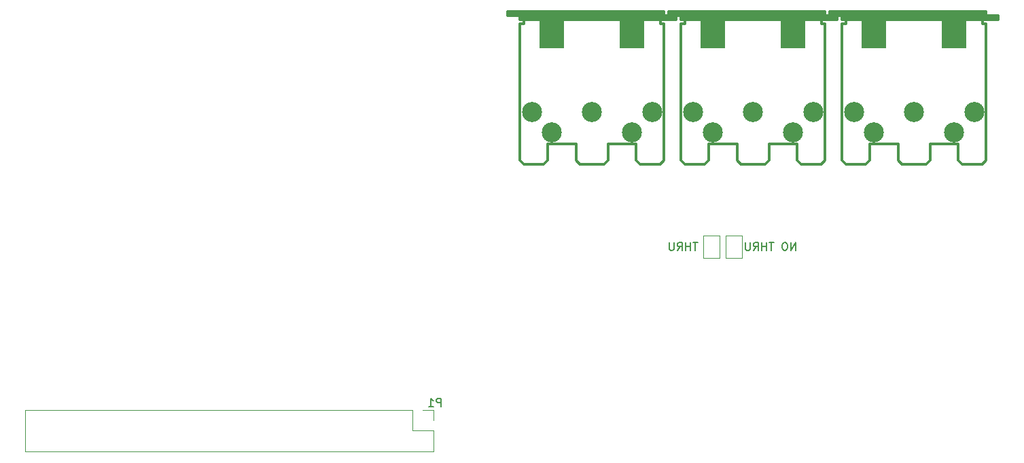
<source format=gbo>
G04 #@! TF.GenerationSoftware,KiCad,Pcbnew,(6.0.5)*
G04 #@! TF.CreationDate,2022-07-28T08:19:04+01:00*
G04 #@! TF.ProjectId,RPi-MiniDexed-IOBoard-HD44780,5250692d-4d69-46e6-9944-657865642d49,rev?*
G04 #@! TF.SameCoordinates,Original*
G04 #@! TF.FileFunction,Legend,Bot*
G04 #@! TF.FilePolarity,Positive*
%FSLAX46Y46*%
G04 Gerber Fmt 4.6, Leading zero omitted, Abs format (unit mm)*
G04 Created by KiCad (PCBNEW (6.0.5)) date 2022-07-28 08:19:04*
%MOMM*%
%LPD*%
G01*
G04 APERTURE LIST*
G04 Aperture macros list*
%AMFreePoly0*
4,1,5,1.500000,-2.000000,-1.500000,-2.000000,-1.500000,2.000000,1.500000,2.000000,1.500000,-2.000000,1.500000,-2.000000,$1*%
G04 Aperture macros list end*
%ADD10C,0.150000*%
%ADD11C,0.120000*%
%ADD12C,0.304800*%
%ADD13C,2.499360*%
%ADD14FreePoly0,0.000000*%
G04 APERTURE END LIST*
D10*
X217248095Y-130386380D02*
X217248095Y-129386380D01*
X216867142Y-129386380D01*
X216771904Y-129434000D01*
X216724285Y-129481619D01*
X216676666Y-129576857D01*
X216676666Y-129719714D01*
X216724285Y-129814952D01*
X216771904Y-129862571D01*
X216867142Y-129910190D01*
X217248095Y-129910190D01*
X215724285Y-130386380D02*
X216295714Y-130386380D01*
X216010000Y-130386380D02*
X216010000Y-129386380D01*
X216105238Y-129529238D01*
X216200476Y-129624476D01*
X216295714Y-129672095D01*
X249229333Y-109942380D02*
X248657904Y-109942380D01*
X248943619Y-110942380D02*
X248943619Y-109942380D01*
X248324571Y-110942380D02*
X248324571Y-109942380D01*
X248324571Y-110418571D02*
X247753142Y-110418571D01*
X247753142Y-110942380D02*
X247753142Y-109942380D01*
X246705523Y-110942380D02*
X247038857Y-110466190D01*
X247276952Y-110942380D02*
X247276952Y-109942380D01*
X246896000Y-109942380D01*
X246800761Y-109990000D01*
X246753142Y-110037619D01*
X246705523Y-110132857D01*
X246705523Y-110275714D01*
X246753142Y-110370952D01*
X246800761Y-110418571D01*
X246896000Y-110466190D01*
X247276952Y-110466190D01*
X246276952Y-109942380D02*
X246276952Y-110751904D01*
X246229333Y-110847142D01*
X246181714Y-110894761D01*
X246086476Y-110942380D01*
X245896000Y-110942380D01*
X245800761Y-110894761D01*
X245753142Y-110847142D01*
X245705523Y-110751904D01*
X245705523Y-109942380D01*
X261437047Y-110942380D02*
X261437047Y-109942380D01*
X260865619Y-110942380D01*
X260865619Y-109942380D01*
X260198952Y-109942380D02*
X260008476Y-109942380D01*
X259913238Y-109990000D01*
X259818000Y-110085238D01*
X259770380Y-110275714D01*
X259770380Y-110609047D01*
X259818000Y-110799523D01*
X259913238Y-110894761D01*
X260008476Y-110942380D01*
X260198952Y-110942380D01*
X260294190Y-110894761D01*
X260389428Y-110799523D01*
X260437047Y-110609047D01*
X260437047Y-110275714D01*
X260389428Y-110085238D01*
X260294190Y-109990000D01*
X260198952Y-109942380D01*
X258722761Y-109942380D02*
X258151333Y-109942380D01*
X258437047Y-110942380D02*
X258437047Y-109942380D01*
X257818000Y-110942380D02*
X257818000Y-109942380D01*
X257818000Y-110418571D02*
X257246571Y-110418571D01*
X257246571Y-110942380D02*
X257246571Y-109942380D01*
X256198952Y-110942380D02*
X256532285Y-110466190D01*
X256770380Y-110942380D02*
X256770380Y-109942380D01*
X256389428Y-109942380D01*
X256294190Y-109990000D01*
X256246571Y-110037619D01*
X256198952Y-110132857D01*
X256198952Y-110275714D01*
X256246571Y-110370952D01*
X256294190Y-110418571D01*
X256389428Y-110466190D01*
X256770380Y-110466190D01*
X255770380Y-109942380D02*
X255770380Y-110751904D01*
X255722761Y-110847142D01*
X255675142Y-110894761D01*
X255579904Y-110942380D01*
X255389428Y-110942380D01*
X255294190Y-110894761D01*
X255246571Y-110847142D01*
X255198952Y-110751904D01*
X255198952Y-109942380D01*
D11*
X165408000Y-136012000D02*
X165408000Y-130812000D01*
X213728000Y-130812000D02*
X165408000Y-130812000D01*
X216328000Y-132142000D02*
X216328000Y-130812000D01*
X216328000Y-136012000D02*
X216328000Y-133412000D01*
X216328000Y-130812000D02*
X214998000Y-130812000D01*
X216328000Y-133412000D02*
X213728000Y-133412000D01*
X213728000Y-133412000D02*
X213728000Y-130812000D01*
X216328000Y-136012000D02*
X165408000Y-136012000D01*
X251952000Y-111890000D02*
X251952000Y-109090000D01*
X251952000Y-109090000D02*
X249952000Y-109090000D01*
X249952000Y-111890000D02*
X251952000Y-111890000D01*
X249952000Y-109090000D02*
X249952000Y-111890000D01*
X254746000Y-111890000D02*
X254746000Y-109090000D01*
X252746000Y-109090000D02*
X252746000Y-111890000D01*
X252746000Y-111890000D02*
X254746000Y-111890000D01*
X254746000Y-109090000D02*
X252746000Y-109090000D01*
D12*
X237569140Y-100177600D02*
X238066980Y-99677220D01*
X246568360Y-81678780D02*
X245067220Y-81678780D01*
X225567640Y-81678780D02*
X227068780Y-81678780D01*
X227068780Y-81927700D02*
X246568360Y-81927700D01*
X245067220Y-99677220D02*
X245067220Y-82677000D01*
X242567860Y-100177600D02*
X242067480Y-100177600D01*
X230568900Y-97678240D02*
X234069020Y-97678240D01*
X225567640Y-81178400D02*
X225567640Y-81678780D01*
X227068780Y-82179160D02*
X246568360Y-82179160D01*
X227569160Y-100177600D02*
X230068520Y-100177600D01*
X234566860Y-100177600D02*
X234069020Y-99677220D01*
X245067220Y-81178400D02*
X225567640Y-81178400D01*
X227068780Y-99677220D02*
X227569160Y-100177600D01*
X225567640Y-81427320D02*
X245067220Y-81427320D01*
X242067480Y-100177600D02*
X241567100Y-99677220D01*
X245067220Y-99677220D02*
X244566840Y-100177600D01*
X245067220Y-81678780D02*
X227068780Y-81678780D01*
X234566860Y-100177600D02*
X237569140Y-100177600D01*
X245067220Y-82677000D02*
X244566840Y-82677000D01*
X241567100Y-97678240D02*
X238066980Y-97678240D01*
X227068780Y-82677000D02*
X227569160Y-82677000D01*
X227068780Y-99677220D02*
X227068780Y-82677000D01*
X230568900Y-99677220D02*
X230568900Y-97678240D01*
X241567100Y-99677220D02*
X241567100Y-97678240D01*
X227569160Y-82677000D02*
X227569160Y-82179160D01*
X244566840Y-100177600D02*
X242567860Y-100177600D01*
X244566840Y-82179160D02*
X244566840Y-82677000D01*
X245067220Y-81678780D02*
X245067220Y-81178400D01*
X227068780Y-81678780D02*
X227068780Y-82179160D01*
X246568360Y-82179160D02*
X246568360Y-81678780D01*
X230068520Y-100177600D02*
X230568900Y-99677220D01*
X238066980Y-99677220D02*
X238066980Y-97678240D01*
X234069020Y-99677220D02*
X234069020Y-97678240D01*
X247635160Y-100177600D02*
X250134520Y-100177600D01*
X247134780Y-81927700D02*
X266634360Y-81927700D01*
X257635140Y-100177600D02*
X258132980Y-99677220D01*
X258132980Y-99677220D02*
X258132980Y-97678240D01*
X254135020Y-99677220D02*
X254135020Y-97678240D01*
X265133220Y-81678780D02*
X247134780Y-81678780D01*
X247134780Y-82677000D02*
X247635160Y-82677000D01*
X264632840Y-82179160D02*
X264632840Y-82677000D01*
X245633640Y-81678780D02*
X247134780Y-81678780D01*
X247134780Y-82179160D02*
X266634360Y-82179160D01*
X247635160Y-82677000D02*
X247635160Y-82179160D01*
X254632860Y-100177600D02*
X257635140Y-100177600D01*
X250134520Y-100177600D02*
X250634900Y-99677220D01*
X265133220Y-99677220D02*
X265133220Y-82677000D01*
X266634360Y-81678780D02*
X265133220Y-81678780D01*
X265133220Y-81678780D02*
X265133220Y-81178400D01*
X261633100Y-97678240D02*
X258132980Y-97678240D01*
X262633860Y-100177600D02*
X262133480Y-100177600D01*
X265133220Y-81178400D02*
X245633640Y-81178400D01*
X245633640Y-81427320D02*
X265133220Y-81427320D01*
X250634900Y-99677220D02*
X250634900Y-97678240D01*
X247134780Y-99677220D02*
X247134780Y-82677000D01*
X264632840Y-100177600D02*
X262633860Y-100177600D01*
X247134780Y-81678780D02*
X247134780Y-82179160D01*
X250634900Y-97678240D02*
X254135020Y-97678240D01*
X266634360Y-82179160D02*
X266634360Y-81678780D01*
X265133220Y-99677220D02*
X264632840Y-100177600D01*
X265133220Y-82677000D02*
X264632840Y-82677000D01*
X245633640Y-81178400D02*
X245633640Y-81678780D01*
X261633100Y-99677220D02*
X261633100Y-97678240D01*
X247134780Y-99677220D02*
X247635160Y-100177600D01*
X254632860Y-100177600D02*
X254135020Y-99677220D01*
X262133480Y-100177600D02*
X261633100Y-99677220D01*
X267200780Y-81927700D02*
X286700360Y-81927700D01*
X284698840Y-100177600D02*
X282699860Y-100177600D01*
X278198980Y-99677220D02*
X278198980Y-97678240D01*
X285199220Y-82677000D02*
X284698840Y-82677000D01*
X270700900Y-97678240D02*
X274201020Y-97678240D01*
X267200780Y-81678780D02*
X267200780Y-82179160D01*
X286700360Y-82179160D02*
X286700360Y-81678780D01*
X282699860Y-100177600D02*
X282199480Y-100177600D01*
X267200780Y-99677220D02*
X267200780Y-82677000D01*
X265699640Y-81427320D02*
X285199220Y-81427320D01*
X267200780Y-82179160D02*
X286700360Y-82179160D01*
X274698860Y-100177600D02*
X274201020Y-99677220D01*
X267200780Y-82677000D02*
X267701160Y-82677000D01*
X274201020Y-99677220D02*
X274201020Y-97678240D01*
X285199220Y-81178400D02*
X265699640Y-81178400D01*
X284698840Y-82179160D02*
X284698840Y-82677000D01*
X267200780Y-99677220D02*
X267701160Y-100177600D01*
X267701160Y-82677000D02*
X267701160Y-82179160D01*
X270700900Y-99677220D02*
X270700900Y-97678240D01*
X285199220Y-81678780D02*
X267200780Y-81678780D01*
X285199220Y-99677220D02*
X285199220Y-82677000D01*
X285199220Y-81678780D02*
X285199220Y-81178400D01*
X286700360Y-81678780D02*
X285199220Y-81678780D01*
X267701160Y-100177600D02*
X270200520Y-100177600D01*
X270200520Y-100177600D02*
X270700900Y-99677220D01*
X281699100Y-97678240D02*
X278198980Y-97678240D01*
X282199480Y-100177600D02*
X281699100Y-99677220D01*
X274698860Y-100177600D02*
X277701140Y-100177600D01*
X277701140Y-100177600D02*
X278198980Y-99677220D01*
X285199220Y-99677220D02*
X284698840Y-100177600D01*
X265699640Y-81678780D02*
X267200780Y-81678780D01*
X265699640Y-81178400D02*
X265699640Y-81678780D01*
X281699100Y-99677220D02*
X281699100Y-97678240D01*
D13*
X231071820Y-96177100D03*
X241064180Y-96177100D03*
X228569920Y-93675200D03*
X236068000Y-93677740D03*
X243566080Y-93675200D03*
D14*
X231066740Y-83680300D03*
X241069260Y-83680300D03*
X261135260Y-83680300D03*
X251132740Y-83680300D03*
D13*
X263632080Y-93675200D03*
X256134000Y-93677740D03*
X248635920Y-93675200D03*
X261130180Y-96177100D03*
X251137820Y-96177100D03*
D14*
X271198740Y-83680300D03*
X281201260Y-83680300D03*
D13*
X283698080Y-93675200D03*
X276200000Y-93677740D03*
X268701920Y-93675200D03*
X281196180Y-96177100D03*
X271203820Y-96177100D03*
M02*

</source>
